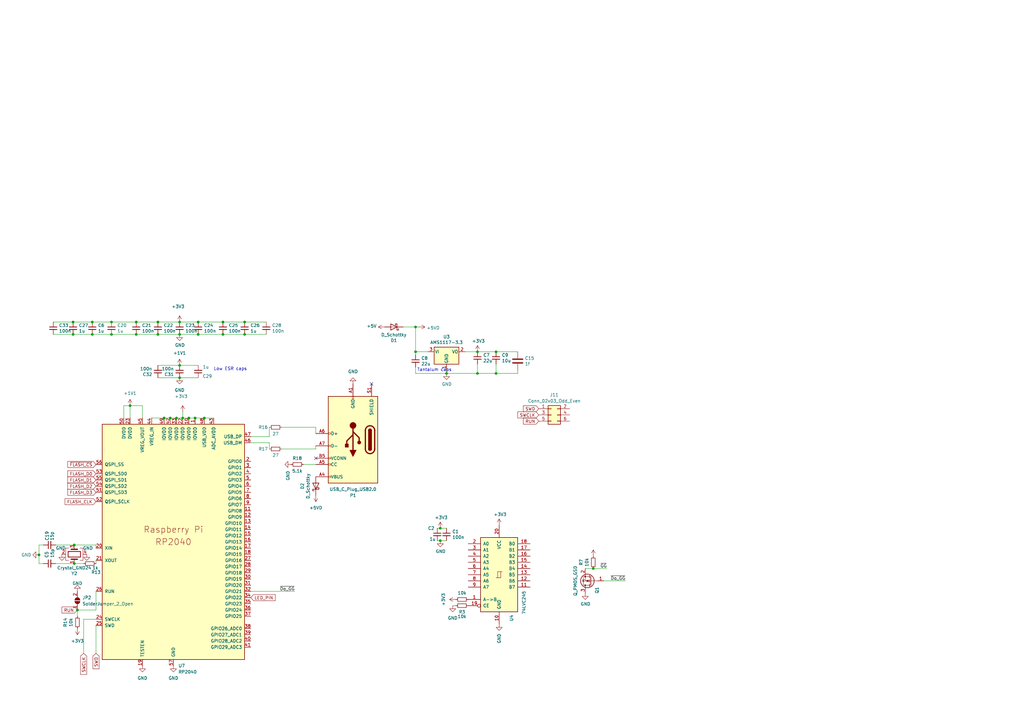
<source format=kicad_sch>
(kicad_sch (version 20230121) (generator eeschema)
  (paper "A3")
  (lib_symbols
    (symbol "+5VD_1" (power) (pin_names (offset 0))
      (property "Value" "+5VD_1" (at 0 3.556 0))
      (symbol "+5VD_1_0_1"
        (polyline (pts (xy -0.762 1.27) (xy 0 2.54)))
        (polyline (pts (xy 0 0) (xy 0 2.54)))
        (polyline (pts (xy 0 2.54) (xy 0.762 1.27)))
      )
      (symbol "+5VD_1_1_1"
        (pin power_in line (at 0 0 90) (length 0) hide (name "+5VD") (number "1"))
      )
    )
    (symbol "74xx:74HC245" (pin_names (offset 1.016))
      (property "Reference" "U" (at -7.62 16.51 0))
      (property "Value" "74HC245" (at -7.62 -16.51 0))
      (symbol "74HC245_1_0"
        (polyline (pts (xy -0.635 -1.27) (xy -0.635 1.27) (xy 0.635 1.27)))
        (polyline (pts (xy -1.27 -1.27) (xy 0.635 -1.27) (xy 0.635 1.27) (xy 1.27 1.27)))
        (pin input line (at -12.7 -10.16 0) (length 5.08) (name "A->B") (number "1"))
        (pin power_in line (at 0 -20.32 90) (length 5.08) (name "GND") (number "10"))
        (pin tri_state line (at 12.7 -5.08 180) (length 5.08) (name "B7") (number "11"))
        (pin tri_state line (at 12.7 -2.54 180) (length 5.08) (name "B6") (number "12"))
        (pin tri_state line (at 12.7 0 180) (length 5.08) (name "B5") (number "13"))
        (pin tri_state line (at 12.7 2.54 180) (length 5.08) (name "B4") (number "14"))
        (pin tri_state line (at 12.7 5.08 180) (length 5.08) (name "B3") (number "15"))
        (pin tri_state line (at 12.7 7.62 180) (length 5.08) (name "B2") (number "16"))
        (pin tri_state line (at 12.7 10.16 180) (length 5.08) (name "B1") (number "17"))
        (pin tri_state line (at 12.7 12.7 180) (length 5.08) (name "B0") (number "18"))
        (pin input inverted (at -12.7 -12.7 0) (length 5.08) (name "CE") (number "19"))
        (pin tri_state line (at -12.7 12.7 0) (length 5.08) (name "A0") (number "2"))
        (pin power_in line (at 0 20.32 270) (length 5.08) (name "VCC") (number "20"))
        (pin tri_state line (at -12.7 10.16 0) (length 5.08) (name "A1") (number "3"))
        (pin tri_state line (at -12.7 7.62 0) (length 5.08) (name "A2") (number "4"))
        (pin tri_state line (at -12.7 5.08 0) (length 5.08) (name "A3") (number "5"))
        (pin tri_state line (at -12.7 2.54 0) (length 5.08) (name "A4") (number "6"))
        (pin tri_state line (at -12.7 0 0) (length 5.08) (name "A5") (number "7"))
        (pin tri_state line (at -12.7 -2.54 0) (length 5.08) (name "A6") (number "8"))
        (pin tri_state line (at -12.7 -5.08 0) (length 5.08) (name "A7") (number "9"))
      )
      (symbol "74HC245_1_1"
        (rectangle (start -7.62 15.24) (end 7.62 -15.24) (stroke (width 0.254)) (fill (type background)))
      )
    )
    (symbol "Connector:USB_C_Plug_USB2.0" (pin_names (offset 1.016))
      (property "Reference" "P" (at -10.16 19.05 0))
      (property "Value" "USB_C_Plug_USB2.0" (at 12.7 19.05 0))
      (symbol "USB_C_Plug_USB2.0_0_0"
        (rectangle (start -0.254 -17.78) (end 0.254 -16.764))
        (rectangle (start 10.16 -2.286) (end 9.144 -2.794))
        (rectangle (start 10.16 2.794) (end 9.144 2.286))
        (rectangle (start 10.16 7.874) (end 9.144 7.366))
        (rectangle (start 10.16 10.414) (end 9.144 9.906))
        (rectangle (start 10.16 15.494) (end 9.144 14.986))
      )
      (symbol "USB_C_Plug_USB2.0_0_1"
        (rectangle (start -10.16 17.78) (end 10.16 -17.78) (stroke (width 0.254)) (fill (type background)))
        (arc (start -8.89 -3.81) (mid -6.985 -5.7067) (end -5.08 -3.81) (stroke (width 0.508)))
        (arc (start -7.62 -3.81) (mid -6.985 -4.4423) (end -6.35 -3.81) (stroke (width 0.254)))
        (arc (start -7.62 -3.81) (mid -6.985 -4.4423) (end -6.35 -3.81) (stroke (width 0.254)) (fill (type outline)))
        (rectangle (start -7.62 -3.81) (end -6.35 3.81) (stroke (width 0.254)) (fill (type outline)))
        (arc (start -6.35 3.81) (mid -6.985 4.4423) (end -7.62 3.81) (stroke (width 0.254)))
        (arc (start -6.35 3.81) (mid -6.985 4.4423) (end -7.62 3.81) (stroke (width 0.254)) (fill (type outline)))
        (arc (start -5.08 3.81) (mid -6.985 5.7067) (end -8.89 3.81) (stroke (width 0.508)))
        (circle (center -2.54 1.143) (radius 0.635) (stroke (width 0.254)) (fill (type outline)))
        (circle (center 0 -5.842) (radius 1.27) (fill (type outline)))
        (polyline (pts (xy -8.89 -3.81) (xy -8.89 3.81)) (stroke (width 0.508)))
        (polyline (pts (xy -5.08 3.81) (xy -5.08 -3.81)) (stroke (width 0.508)))
        (polyline (pts (xy 0 -5.842) (xy 0 4.318)) (stroke (width 0.508)))
        (polyline (pts (xy 0 -3.302) (xy -2.54 -0.762) (xy -2.54 0.508)) (stroke (width 0.508)))
        (polyline (pts (xy 0 -2.032) (xy 2.54 0.508) (xy 2.54 1.778)) (stroke (width 0.508)))
        (polyline (pts (xy -1.27 4.318) (xy 0 6.858) (xy 1.27 4.318) (xy -1.27 4.318)) (stroke (width 0.254)) (fill (type outline)))
        (rectangle (start 1.905 1.778) (end 3.175 3.048) (stroke (width 0.254)) (fill (type outline)))
      )
      (symbol "USB_C_Plug_USB2.0_1_1"
        (pin passive line (at 0 -22.86 90) (length 5.08) (name "GND") (number "A1"))
        (pin passive line (at 0 -22.86 90) (length 5.08) hide (name "GND") (number "A12"))
        (pin passive line (at 15.24 15.24 180) (length 5.08) (name "VBUS") (number "A4"))
        (pin bidirectional line (at 15.24 10.16 180) (length 5.08) (name "CC") (number "A5"))
        (pin bidirectional line (at 15.24 -2.54 180) (length 5.08) (name "D+") (number "A6"))
        (pin bidirectional line (at 15.24 2.54 180) (length 5.08) (name "D-") (number "A7"))
        (pin passive line (at 15.24 15.24 180) (length 5.08) hide (name "VBUS") (number "A9"))
        (pin passive line (at 0 -22.86 90) (length 5.08) hide (name "GND") (number "B1"))
        (pin passive line (at 0 -22.86 90) (length 5.08) hide (name "GND") (number "B12"))
        (pin passive line (at 15.24 15.24 180) (length 5.08) hide (name "VBUS") (number "B4"))
        (pin bidirectional line (at 15.24 7.62 180) (length 5.08) (name "VCONN") (number "B5"))
        (pin passive line (at 15.24 15.24 180) (length 5.08) hide (name "VBUS") (number "B9"))
        (pin passive line (at -7.62 -22.86 90) (length 5.08) (name "SHIELD") (number "S1"))
      )
    )
    (symbol "Connector_Generic:Conn_02x03_Odd_Even" (pin_names (offset 1.016) hide)
      (property "Reference" "J" (at 1.27 5.08 0))
      (property "Value" "Conn_02x03_Odd_Even" (at 1.27 -5.08 0))
      (symbol "Conn_02x03_Odd_Even_1_1"
        (rectangle (start -1.27 -2.413) (end 0 -2.667) (stroke (width 0.1524)))
        (rectangle (start -1.27 0.127) (end 0 -0.127) (stroke (width 0.1524)))
        (rectangle (start -1.27 2.667) (end 0 2.413) (stroke (width 0.1524)))
        (rectangle (start -1.27 3.81) (end 3.81 -3.81) (stroke (width 0.254)) (fill (type background)))
        (rectangle (start 3.81 -2.413) (end 2.54 -2.667) (stroke (width 0.1524)))
        (rectangle (start 3.81 0.127) (end 2.54 -0.127) (stroke (width 0.1524)))
        (rectangle (start 3.81 2.667) (end 2.54 2.413) (stroke (width 0.1524)))
        (pin passive line (at -5.08 2.54 0) (length 3.81) (name "Pin_1") (number "1"))
        (pin passive line (at 7.62 2.54 180) (length 3.81) (name "Pin_2") (number "2"))
        (pin passive line (at -5.08 0 0) (length 3.81) (name "Pin_3") (number "3"))
        (pin passive line (at 7.62 0 180) (length 3.81) (name "Pin_4") (number "4"))
        (pin passive line (at -5.08 -2.54 0) (length 3.81) (name "Pin_5") (number "5"))
        (pin passive line (at 7.62 -2.54 180) (length 3.81) (name "Pin_6") (number "6"))
      )
    )
    (symbol "Device:C" (pin_numbers hide) (pin_names (offset 0.254))
      (property "Reference" "C" (at 0.635 2.54 0))
      (property "Value" "C" (at 0.635 -2.54 0))
      (symbol "C_0_1"
        (polyline (pts (xy -2.032 -0.762) (xy 2.032 -0.762)) (stroke (width 0.508)))
        (polyline (pts (xy -2.032 0.762) (xy 2.032 0.762)) (stroke (width 0.508)))
      )
      (symbol "C_1_1"
        (pin passive line (at 0 3.81 270) (length 2.794) (name "~") (number "1"))
        (pin passive line (at 0 -3.81 90) (length 2.794) (name "~") (number "2"))
      )
    )
    (symbol "Device:C_Small" (pin_numbers hide) (pin_names (offset 0.254) hide)
      (property "Reference" "C" (at 0.254 1.778 0))
      (property "Value" "C_Small" (at 0.254 -2.032 0))
      (symbol "C_Small_0_1"
        (polyline (pts (xy -1.524 -0.508) (xy 1.524 -0.508)) (stroke (width 0.3302)))
        (polyline (pts (xy -1.524 0.508) (xy 1.524 0.508)) (stroke (width 0.3048)))
      )
      (symbol "C_Small_1_1"
        (pin passive line (at 0 2.54 270) (length 2.032) (name "~") (number "1"))
        (pin passive line (at 0 -2.54 90) (length 2.032) (name "~") (number "2"))
      )
    )
    (symbol "Device:Crystal_GND24" (pin_names (offset 1.016) hide)
      (property "Reference" "Y" (at 3.175 5.08 0))
      (property "Value" "Crystal_GND24" (at 3.175 3.175 0))
      (symbol "Crystal_GND24_0_1"
        (rectangle (start -1.143 2.54) (end 1.143 -2.54) (stroke (width 0.3048)))
        (polyline (pts (xy -2.54 0) (xy -2.032 0)))
        (polyline (pts (xy -2.032 -1.27) (xy -2.032 1.27)) (stroke (width 0.508)))
        (polyline (pts (xy 0 -3.81) (xy 0 -3.556)))
        (polyline (pts (xy 0 3.556) (xy 0 3.81)))
        (polyline (pts (xy 2.032 -1.27) (xy 2.032 1.27)) (stroke (width 0.508)))
        (polyline (pts (xy 2.032 0) (xy 2.54 0)))
        (polyline (pts (xy -2.54 -2.286) (xy -2.54 -3.556) (xy 2.54 -3.556) (xy 2.54 -2.286)))
        (polyline (pts (xy -2.54 2.286) (xy -2.54 3.556) (xy 2.54 3.556) (xy 2.54 2.286)))
      )
      (symbol "Crystal_GND24_1_1"
        (pin passive line (at -3.81 0 0) (length 1.27) (name "1") (number "1"))
        (pin passive line (at 0 5.08 270) (length 1.27) (name "2") (number "2"))
        (pin passive line (at 3.81 0 180) (length 1.27) (name "3") (number "3"))
        (pin passive line (at 0 -5.08 90) (length 1.27) (name "4") (number "4"))
      )
    )
    (symbol "Device:D_Schottky" (pin_numbers hide) (pin_names (offset 1.016) hide)
      (property "Reference" "D" (at 0 2.54 0))
      (property "Value" "D_Schottky" (at 0 -2.54 0))
      (symbol "D_Schottky_0_1"
        (polyline (pts (xy 1.27 0) (xy -1.27 0)))
        (polyline (pts (xy 1.27 1.27) (xy 1.27 -1.27) (xy -1.27 0) (xy 1.27 1.27)) (stroke (width 0.254)))
        (polyline (pts (xy -1.905 0.635) (xy -1.905 1.27) (xy -1.27 1.27) (xy -1.27 -1.27) (xy -0.635 -1.27) (xy -0.635 -0.635)) (stroke (width 0.254)))
      )
      (symbol "D_Schottky_1_1"
        (pin passive line (at -3.81 0 0) (length 2.54) (name "K") (number "1"))
        (pin passive line (at 3.81 0 180) (length 2.54) (name "A") (number "2"))
      )
    )
    (symbol "Device:Q_PMOS_GSD" (pin_names (offset 0) hide)
      (property "Reference" "Q" (at 5.08 1.27 0))
      (property "Value" "Q_PMOS_GSD" (at 5.08 -1.27 0))
      (symbol "Q_PMOS_GSD_0_1"
        (polyline (pts (xy 0.254 0) (xy -2.54 0)))
        (polyline (pts (xy 0.254 1.905) (xy 0.254 -1.905)) (stroke (width 0.254)))
        (polyline (pts (xy 0.762 -1.27) (xy 0.762 -2.286)) (stroke (width 0.254)))
        (polyline (pts (xy 0.762 0.508) (xy 0.762 -0.508)) (stroke (width 0.254)))
        (polyline (pts (xy 0.762 2.286) (xy 0.762 1.27)) (stroke (width 0.254)))
        (polyline (pts (xy 2.54 2.54) (xy 2.54 1.778)))
        (polyline (pts (xy 2.54 -2.54) (xy 2.54 0) (xy 0.762 0)))
        (polyline (pts (xy 0.762 1.778) (xy 3.302 1.778) (xy 3.302 -1.778) (xy 0.762 -1.778)))
        (polyline (pts (xy 2.286 0) (xy 1.27 0.381) (xy 1.27 -0.381) (xy 2.286 0)) (fill (type outline)))
        (polyline (pts (xy 2.794 -0.508) (xy 2.921 -0.381) (xy 3.683 -0.381) (xy 3.81 -0.254)))
        (polyline (pts (xy 3.302 -0.381) (xy 2.921 0.254) (xy 3.683 0.254) (xy 3.302 -0.381)))
        (circle (center 1.651 0) (radius 2.794) (stroke (width 0.254)))
        (circle (center 2.54 -1.778) (radius 0.254) (fill (type outline)))
        (circle (center 2.54 1.778) (radius 0.254) (fill (type outline)))
      )
      (symbol "Q_PMOS_GSD_1_1"
        (pin input line (at -5.08 0 0) (length 2.54) (name "G") (number "1"))
        (pin passive line (at 2.54 -5.08 90) (length 2.54) (name "S") (number "2"))
        (pin passive line (at 2.54 5.08 270) (length 2.54) (name "D") (number "3"))
      )
    )
    (symbol "Device:R_Small" (pin_numbers hide) (pin_names (offset 0.254) hide)
      (property "Reference" "R" (at 0.762 0.508 0))
      (property "Value" "R_Small" (at 0.762 -1.016 0))
      (symbol "R_Small_0_1"
        (rectangle (start -0.762 1.778) (end 0.762 -1.778) (stroke (width 0.2032)))
      )
      (symbol "R_Small_1_1"
        (pin passive line (at 0 2.54 270) (length 0.762) (name "~") (number "1"))
        (pin passive line (at 0 -2.54 90) (length 0.762) (name "~") (number "2"))
      )
    )
    (symbol "GND_1" (power) (pin_names (offset 0))
      (property "Value" "GND_1" (at 0 -3.81 0))
      (symbol "GND_1_0_1"
        (polyline (pts (xy 0 0) (xy 0 -1.27) (xy 1.27 -1.27) (xy 0 -2.54) (xy -1.27 -1.27) (xy 0 -1.27)))
      )
      (symbol "GND_1_1_1"
        (pin power_in line (at 0 0 270) (length 0) hide (name "GND") (number "1"))
      )
    )
    (symbol "GND_3" (power) (pin_names (offset 0))
      (property "Value" "GND_3" (at 0 -3.81 0))
      (symbol "GND_3_0_1"
        (polyline (pts (xy 0 0) (xy 0 -1.27) (xy 1.27 -1.27) (xy 0 -2.54) (xy -1.27 -1.27) (xy 0 -1.27)))
      )
      (symbol "GND_3_1_1"
        (pin power_in line (at 0 0 270) (length 0) hide (name "GND") (number "1"))
      )
    )
    (symbol "GND_6" (power) (pin_names (offset 0))
      (property "Value" "GND_6" (at 0 -3.81 0))
      (symbol "GND_6_0_1"
        (polyline (pts (xy 0 0) (xy 0 -1.27) (xy 1.27 -1.27) (xy 0 -2.54) (xy -1.27 -1.27) (xy 0 -1.27)))
      )
      (symbol "GND_6_1_1"
        (pin power_in line (at 0 0 270) (length 0) hide (name "GND") (number "1"))
      )
    )
    (symbol "Jumper:SolderJumper_2_Open" (pin_names (offset 0) hide)
      (property "Reference" "JP" (at 0 2.032 0))
      (property "Value" "SolderJumper_2_Open" (at 0 -2.54 0))
      (symbol "SolderJumper_2_Open_0_1"
        (arc (start -0.254 1.016) (mid -1.2656 0) (end -0.254 -1.016))
        (arc (start -0.254 1.016) (mid -1.2656 0) (end -0.254 -1.016) (fill (type outline)))
        (polyline (pts (xy -0.254 1.016) (xy -0.254 -1.016)))
        (polyline (pts (xy 0.254 1.016) (xy 0.254 -1.016)))
        (arc (start 0.254 -1.016) (mid 1.2656 0) (end 0.254 1.016))
        (arc (start 0.254 -1.016) (mid 1.2656 0) (end 0.254 1.016) (fill (type outline)))
      )
      (symbol "SolderJumper_2_Open_1_1"
        (pin passive line (at -3.81 0 0) (length 2.54) (name "A") (number "1"))
        (pin passive line (at 3.81 0 180) (length 2.54) (name "B") (number "2"))
      )
    )
    (symbol "MCU_RaspberryPi_and_Boards:RP2040" (pin_names (offset 1.016))
      (property "Reference" "U" (at -29.21 49.53 0))
      (property "Value" "RP2040" (at 24.13 -49.53 0))
      (symbol "RP2040_0_0"
        (text "Raspberry Pi" (at 0 5.08 0) (effects (font (size 2.54 2.54))))
        (text "RP2040" (at 0 0 0) (effects (font (size 2.54 2.54))))
      )
      (symbol "RP2040_0_1"
        (rectangle (start 29.21 48.26) (end -29.21 -48.26) (stroke (width 0.254)) (fill (type background)))
      )
      (symbol "RP2040_1_1"
        (pin power_in line (at 8.89 50.8 270) (length 2.54) (name "IOVDD") (number "1"))
        (pin power_in line (at 6.35 50.8 270) (length 2.54) (name "IOVDD") (number "10"))
        (pin bidirectional line (at 31.75 12.7 180) (length 2.54) (name "GPIO8") (number "11"))
        (pin bidirectional line (at 31.75 10.16 180) (length 2.54) (name "GPIO9") (number "12"))
        (pin bidirectional line (at 31.75 7.62 180) (length 2.54) (name "GPIO10") (number "13"))
        (pin bidirectional line (at 31.75 5.08 180) (length 2.54) (name "GPIO11") (number "14"))
        (pin bidirectional line (at 31.75 2.54 180) (length 2.54) (name "GPIO12") (number "15"))
        (pin bidirectional line (at 31.75 0 180) (length 2.54) (name "GPIO13") (number "16"))
        (pin bidirectional line (at 31.75 -2.54 180) (length 2.54) (name "GPIO14") (number "17"))
        (pin bidirectional line (at 31.75 -5.08 180) (length 2.54) (name "GPIO15") (number "18"))
        (pin passive line (at -12.7 -50.8 90) (length 2.54) (name "TESTEN") (number "19"))
        (pin bidirectional line (at 31.75 33.02 180) (length 2.54) (name "GPIO0") (number "2"))
        (pin input line (at -31.75 -2.54 0) (length 2.54) (name "XIN") (number "20"))
        (pin passive line (at -31.75 -7.62 0) (length 2.54) (name "XOUT") (number "21"))
        (pin power_in line (at 3.81 50.8 270) (length 2.54) (name "IOVDD") (number "22"))
        (pin power_in line (at -17.78 50.8 270) (length 2.54) (name "DVDD") (number "23"))
        (pin output line (at -31.75 -31.75 0) (length 2.54) (name "SWCLK") (number "24"))
        (pin bidirectional line (at -31.75 -34.29 0) (length 2.54) (name "SWD") (number "25"))
        (pin input line (at -31.75 -20.32 0) (length 2.54) (name "RUN") (number "26"))
        (pin bidirectional line (at 31.75 -7.62 180) (length 2.54) (name "GPIO16") (number "27"))
        (pin bidirectional line (at 31.75 -10.16 180) (length 2.54) (name "GPIO17") (number "28"))
        (pin bidirectional line (at 31.75 -12.7 180) (length 2.54) (name "GPIO18") (number "29"))
        (pin bidirectional line (at 31.75 30.48 180) (length 2.54) (name "GPIO1") (number "3"))
        (pin bidirectional line (at 31.75 -15.24 180) (length 2.54) (name "GPIO19") (number "30"))
        (pin bidirectional line (at 31.75 -17.78 180) (length 2.54) (name "GPIO20") (number "31"))
        (pin bidirectional line (at 31.75 -20.32 180) (length 2.54) (name "GPIO21") (number "32"))
        (pin power_in line (at 1.27 50.8 270) (length 2.54) (name "IOVDD") (number "33"))
        (pin bidirectional line (at 31.75 -22.86 180) (length 2.54) (name "GPIO22") (number "34"))
        (pin bidirectional line (at 31.75 -25.4 180) (length 2.54) (name "GPIO23") (number "35"))
        (pin bidirectional line (at 31.75 -27.94 180) (length 2.54) (name "GPIO24") (number "36"))
        (pin bidirectional line (at 31.75 -30.48 180) (length 2.54) (name "GPIO25") (number "37"))
        (pin bidirectional line (at 31.75 -35.56 180) (length 2.54) (name "GPIO26_ADC0") (number "38"))
        (pin bidirectional line (at 31.75 -38.1 180) (length 2.54) (name "GPIO27_ADC1") (number "39"))
        (pin bidirectional line (at 31.75 27.94 180) (length 2.54) (name "GPIO2") (number "4"))
        (pin bidirectional line (at 31.75 -40.64 180) (length 2.54) (name "GPIO28_ADC2") (number "40"))
        (pin bidirectional line (at 31.75 -43.18 180) (length 2.54) (name "GPIO29_ADC3") (number "41"))
        (pin power_in line (at -1.27 50.8 270) (length 2.54) (name "IOVDD") (number "42"))
        (pin power_in line (at 16.51 50.8 270) (length 2.54) (name "ADC_AVDD") (number "43"))
        (pin power_in line (at -8.89 50.8 270) (length 2.54) (name "VREG_IN") (number "44"))
        (pin power_out line (at -12.7 50.8 270) (length 2.54) (name "VREG_VOUT") (number "45"))
        (pin bidirectional line (at 31.75 40.64 180) (length 2.54) (name "USB_DM") (number "46"))
        (pin bidirectional line (at 31.75 43.18 180) (length 2.54) (name "USB_DP") (number "47"))
        (pin power_in line (at 12.7 50.8 270) (length 2.54) (name "USB_VDD") (number "48"))
        (pin power_in line (at -3.81 50.8 270) (length 2.54) (name "IOVDD") (number "49"))
        (pin bidirectional line (at 31.75 25.4 180) (length 2.54) (name "GPIO3") (number "5"))
        (pin power_in line (at -20.32 50.8 270) (length 2.54) (name "DVDD") (number "50"))
        (pin bidirectional line (at -31.75 20.32 0) (length 2.54) (name "QSPI_SD3") (number "51"))
        (pin output line (at -31.75 16.51 0) (length 2.54) (name "QSPI_SCLK") (number "52"))
        (pin bidirectional line (at -31.75 27.94 0) (length 2.54) (name "QSPI_SD0") (number "53"))
        (pin bidirectional line (at -31.75 22.86 0) (length 2.54) (name "QSPI_SD2") (number "54"))
        (pin bidirectional line (at -31.75 25.4 0) (length 2.54) (name "QSPI_SD1") (number "55"))
        (pin bidirectional line (at -31.75 31.75 0) (length 2.54) (name "QSPI_SS") (number "56"))
        (pin power_in line (at 0 -50.8 90) (length 2.54) (name "GND") (number "57"))
        (pin bidirectional line (at 31.75 22.86 180) (length 2.54) (name "GPIO4") (number "6"))
        (pin bidirectional line (at 31.75 20.32 180) (length 2.54) (name "GPIO5") (number "7"))
        (pin bidirectional line (at 31.75 17.78 180) (length 2.54) (name "GPIO6") (number "8"))
        (pin bidirectional line (at 31.75 15.24 180) (length 2.54) (name "GPIO7") (number "9"))
      )
    )
    (symbol "Regulator_Linear:AMS1117-3.3" (pin_names (offset 0.254))
      (property "Reference" "U" (at -3.81 3.175 0))
      (property "Value" "AMS1117-3.3" (at 0 3.175 0))
      (symbol "AMS1117-3.3_0_1"
        (rectangle (start -5.08 -5.08) (end 5.08 1.905) (stroke (width 0.254)) (fill (type background)))
      )
      (symbol "AMS1117-3.3_1_1"
        (pin power_in line (at 0 -7.62 90) (length 2.54) (name "GND") (number "1"))
        (pin power_out line (at 7.62 0 180) (length 2.54) (name "VO") (number "2"))
        (pin power_in line (at -7.62 0 0) (length 2.54) (name "VI") (number "3"))
      )
    )
    (symbol "power:+1V1" (power) (pin_names (offset 0))
      (property "Value" "+1V1" (at 0 3.556 0))
      (symbol "+1V1_0_1"
        (polyline (pts (xy -0.762 1.27) (xy 0 2.54)))
        (polyline (pts (xy 0 0) (xy 0 2.54)))
        (polyline (pts (xy 0 2.54) (xy 0.762 1.27)))
      )
      (symbol "+1V1_1_1"
        (pin power_in line (at 0 0 90) (length 0) hide (name "+1V1") (number "1"))
      )
    )
    (symbol "power:+3.3V" (power) (pin_names (offset 0))
      (property "Value" "+3.3V" (at 0 3.556 0))
      (symbol "+3.3V_0_1"
        (polyline (pts (xy -0.762 1.27) (xy 0 2.54)))
        (polyline (pts (xy 0 0) (xy 0 2.54)))
        (polyline (pts (xy 0 2.54) (xy 0.762 1.27)))
      )
      (symbol "+3.3V_1_1"
        (pin power_in line (at 0 0 90) (length 0) hide (name "+3V3") (number "1"))
      )
    )
    (symbol "power:+5V" (power) (pin_names (offset 0))
      (property "Value" "+5V" (at 0 3.556 0))
      (symbol "+5V_0_1"
        (polyline (pts (xy -0.762 1.27) (xy 0 2.54)))
        (polyline (pts (xy 0 0) (xy 0 2.54)))
        (polyline (pts (xy 0 2.54) (xy 0.762 1.27)))
      )
      (symbol "+5V_1_1"
        (pin power_in line (at 0 0 90) (length 0) hide (name "+5V") (number "1"))
      )
    )
    (symbol "power:+5VD" (power) (pin_names (offset 0))
      (property "Value" "+5VD" (at 0 3.556 0))
      (symbol "+5VD_0_1"
        (polyline (pts (xy -0.762 1.27) (xy 0 2.54)))
        (polyline (pts (xy 0 0) (xy 0 2.54)))
        (polyline (pts (xy 0 2.54) (xy 0.762 1.27)))
      )
      (symbol "+5VD_1_1"
        (pin power_in line (at 0 0 90) (length 0) hide (name "+5VD") (number "1"))
      )
    )
    (symbol "power:GND" (power) (pin_names (offset 0))
      (property "Value" "GND" (at 0 -3.81 0))
      (symbol "GND_0_1"
        (polyline (pts (xy 0 0) (xy 0 -1.27) (xy 1.27 -1.27) (xy 0 -2.54) (xy -1.27 -1.27) (xy 0 -1.27)))
      )
      (symbol "GND_1_1"
        (pin power_in line (at 0 0 270) (length 0) hide (name "GND") (number "1"))
      )
    )
  )
  (junction (at 80.01 171.45))
  (junction (at 73.66 132.08))
  (junction (at 73.66 137.16))
  (junction (at 67.31 171.45))
  (junction (at 203.454 153.162))
  (junction (at 55.88 137.16))
  (junction (at 81.28 132.08))
  (junction (at 29.972 132.08))
  (junction (at 29.972 137.16))
  (junction (at 45.72 132.08))
  (junction (at 55.88 132.08))
  (junction (at 45.72 137.16))
  (junction (at 170.434 144.272))
  (junction (at 203.454 144.272))
  (junction (at 170.434 134.112))
  (junction (at 16.002 227.584))
  (junction (at 243.332 233.172))
  (junction (at 183.134 153.162))
  (junction (at 72.39 171.45))
  (junction (at 73.66 149.86))
  (junction (at 64.77 132.08))
  (junction (at 53.34 166.37))
  (junction (at 37.846 137.16))
  (junction (at 73.66 154.94))
  (junction (at 30.48 223.52))
  (junction (at 91.44 137.16))
  (junction (at 195.834 153.162))
  (junction (at 69.85 171.45))
  (junction (at 91.44 132.08))
  (junction (at 37.846 132.08))
  (junction (at 74.93 171.45))
  (junction (at 100.33 137.16))
  (junction (at 31.75 250.19))
  (junction (at 64.77 137.16))
  (junction (at 195.834 144.272))
  (junction (at 77.47 171.45))
  (junction (at 83.82 171.45))
  (junction (at 81.28 137.16))
  (junction (at 180.594 216.662))
  (junction (at 30.48 231.14))
  (junction (at 100.33 132.08))
  (junction (at 180.594 221.742))
  (no_connect (at 152.4 157.48))
  (no_connect (at 129.54 187.96))
  (wire (pts (xy 180.594 216.662) (xy 179.324 216.662)))
  (wire (pts (xy 102.87 181.61) (xy 110.49 181.61)))
  (wire (pts (xy 91.44 132.08) (xy 100.33 132.08)))
  (wire (pts (xy 170.434 134.112) (xy 171.704 134.112)))
  (wire (pts (xy 183.134 221.742) (xy 180.594 221.742)))
  (wire (pts (xy 30.48 231.14) (xy 34.29 231.14)))
  (wire (pts (xy 129.54 184.15) (xy 129.54 182.88)))
  (wire (pts (xy 80.01 171.45) (xy 83.82 171.45)))
  (wire (pts (xy 170.434 144.272) (xy 175.514 144.272)))
  (wire (pts (xy 77.47 171.45) (xy 80.01 171.45)))
  (wire (pts (xy 34.29 267.97) (xy 34.29 254)))
  (wire (pts (xy 30.48 223.52) (xy 39.37 223.52)))
  (wire (pts (xy 195.834 144.272) (xy 203.454 144.272)))
  (wire (pts (xy 39.37 223.52) (xy 39.37 224.79)))
  (wire (pts (xy 73.66 149.86) (xy 81.28 149.86)))
  (wire (pts (xy 37.846 137.16) (xy 45.72 137.16)))
  (wire (pts (xy 190.754 144.272) (xy 195.834 144.272)))
  (wire (pts (xy 53.34 166.37) (xy 53.34 171.45)))
  (wire (pts (xy 195.834 153.162) (xy 183.134 153.162)))
  (wire (pts (xy 16.002 227.584) (xy 16.002 223.52)))
  (wire (pts (xy 73.66 154.94) (xy 81.28 154.94)))
  (wire (pts (xy 50.8 166.37) (xy 53.34 166.37)))
  (wire (pts (xy 91.44 137.16) (xy 100.33 137.16)))
  (wire (pts (xy 203.454 144.272) (xy 212.344 144.272)))
  (wire (pts (xy 170.434 153.162) (xy 183.134 153.162)))
  (wire (pts (xy 39.37 231.14) (xy 39.37 229.87)))
  (wire (pts (xy 55.88 137.16) (xy 64.77 137.16)))
  (wire (pts (xy 73.66 137.16) (xy 81.28 137.16)))
  (wire (pts (xy 195.834 149.352) (xy 195.834 153.162)))
  (wire (pts (xy 170.434 144.272) (xy 170.434 145.542)))
  (wire (pts (xy 50.8 171.45) (xy 50.8 166.37)))
  (wire (pts (xy 64.77 137.16) (xy 73.66 137.16)))
  (wire (pts (xy 73.66 132.08) (xy 81.28 132.08)))
  (wire (pts (xy 129.54 175.26) (xy 129.54 177.8)))
  (wire (pts (xy 203.454 149.352) (xy 203.454 153.162)))
  (wire (pts (xy 124.46 190.5) (xy 129.54 190.5)))
  (wire (pts (xy 29.972 137.16) (xy 37.846 137.16)))
  (wire (pts (xy 69.85 171.45) (xy 72.39 171.45)))
  (wire (pts (xy 39.37 250.19) (xy 31.75 250.19)))
  (wire (pts (xy 74.93 168.91) (xy 74.93 171.45)))
  (wire (pts (xy 110.49 179.07) (xy 110.49 175.26)))
  (wire (pts (xy 240.03 233.172) (xy 243.332 233.172)))
  (wire (pts (xy 31.75 250.19) (xy 31.75 252.73)))
  (wire (pts (xy 21.844 137.16) (xy 29.972 137.16)))
  (wire (pts (xy 203.454 153.162) (xy 195.834 153.162)))
  (wire (pts (xy 22.86 223.52) (xy 30.48 223.52)))
  (wire (pts (xy 115.57 175.26) (xy 129.54 175.26)))
  (wire (pts (xy 102.87 179.07) (xy 110.49 179.07)))
  (wire (pts (xy 16.002 223.52) (xy 17.78 223.52)))
  (wire (pts (xy 72.39 171.45) (xy 74.93 171.45)))
  (wire (pts (xy 110.49 181.61) (xy 110.49 184.15)))
  (wire (pts (xy 102.87 242.57) (xy 120.904 242.57)))
  (wire (pts (xy 100.33 137.16) (xy 109.22 137.16)))
  (wire (pts (xy 185.674 248.412) (xy 186.944 248.412)))
  (wire (pts (xy 62.23 171.45) (xy 67.31 171.45)))
  (wire (pts (xy 39.37 256.54) (xy 39.37 267.97)))
  (wire (pts (xy 81.28 137.16) (xy 91.44 137.16)))
  (wire (pts (xy 55.88 132.08) (xy 64.77 132.08)))
  (wire (pts (xy 100.33 132.08) (xy 109.22 132.08)))
  (wire (pts (xy 183.134 153.162) (xy 183.134 151.892)))
  (wire (pts (xy 81.28 132.08) (xy 91.44 132.08)))
  (wire (pts (xy 203.454 153.162) (xy 212.344 153.162)))
  (wire (pts (xy 29.972 132.08) (xy 37.846 132.08)))
  (wire (pts (xy 34.29 254) (xy 39.37 254)))
  (wire (pts (xy 64.77 154.94) (xy 73.66 154.94)))
  (wire (pts (xy 243.332 233.172) (xy 248.92 233.172)))
  (wire (pts (xy 183.134 216.662) (xy 180.594 216.662)))
  (wire (pts (xy 64.77 149.86) (xy 73.66 149.86)))
  (wire (pts (xy 16.002 227.584) (xy 16.002 231.14)))
  (wire (pts (xy 74.93 171.45) (xy 77.47 171.45)))
  (wire (pts (xy 165.354 134.112) (xy 170.434 134.112)))
  (wire (pts (xy 58.42 166.37) (xy 58.42 171.45)))
  (wire (pts (xy 170.434 134.112) (xy 170.434 144.272)))
  (wire (pts (xy 45.72 137.16) (xy 55.88 137.16)))
  (wire (pts (xy 180.594 221.742) (xy 179.324 221.742)))
  (wire (pts (xy 45.72 132.08) (xy 55.88 132.08)))
  (wire (pts (xy 115.57 184.15) (xy 129.54 184.15)))
  (wire (pts (xy 83.82 171.45) (xy 87.63 171.45)))
  (wire (pts (xy 212.344 153.162) (xy 212.344 151.892)))
  (wire (pts (xy 22.86 231.14) (xy 30.48 231.14)))
  (wire (pts (xy 256.54 238.252) (xy 247.65 238.252)))
  (wire (pts (xy 21.844 132.08) (xy 29.972 132.08)))
  (wire (pts (xy 37.846 132.08) (xy 45.72 132.08)))
  (wire (pts (xy 53.34 166.37) (xy 58.42 166.37)))
  (wire (pts (xy 67.31 171.45) (xy 69.85 171.45)))
  (wire (pts (xy 16.002 231.14) (xy 17.78 231.14)))
  (wire (pts (xy 64.77 132.08) (xy 73.66 132.08)))
  (wire (pts (xy 39.37 242.57) (xy 39.37 250.19)))
  (wire (pts (xy 170.434 150.622) (xy 170.434 153.162)))
  (text "Tantalum caps\n" (at 171.069 152.527 0) (effects (font (size 1.27 1.27)) (justify left bottom)))
  (text "Low ESR caps\n" (at 87.63 152.146 0) (effects (font (size 1.27 1.27)) (justify left bottom)))
  (label "~{GG}" (at 248.92 233.172 180))
  (label "~{Do_GG}" (at 256.54 238.252 180))
  (label "~{Do_GG}" (at 120.904 242.57 180))
  (global_label "RUN" (shape input) (at 31.75 250.19 180) (property "Intersheetrefs" "${INTERSHEET_REFS}" (effects hide)))
  (global_label "SWCLK" (shape input) (at 220.98 170.18 180) (property "Intersheetrefs" "${INTERSHEET_REFS}" (effects hide)))
  (global_label "SWCLK" (shape input) (at 34.29 267.97 270) (property "Intersheetrefs" "${INTERSHEET_REFS}" (effects hide)))
  (global_label "RUN" (shape input) (at 220.98 172.72 180) (property "Intersheetrefs" "${INTERSHEET_REFS}" (effects hide)))
  (global_label "FLASH_D1" (shape input) (at 39.37 196.85 180) (property "Intersheetrefs" "${INTERSHEET_REFS}" (effects hide)))
  (global_label "SWD" (shape input) (at 39.37 267.97 270) (property "Intersheetrefs" "${INTERSHEET_REFS}" (effects hide)))
  (global_label "FLASH_CLK" (shape input) (at 39.37 205.74 180) (property "Intersheetrefs" "${INTERSHEET_REFS}" (effects hide)))
  (global_label "FLASH_D3" (shape input) (at 39.37 201.93 180) (property "Intersheetrefs" "${INTERSHEET_REFS}" (effects hide)))
  (global_label "SWD" (shape input) (at 220.98 167.64 180) (property "Intersheetrefs" "${INTERSHEET_REFS}" (effects hide)))
  (global_label "~{FLASH_CS}" (shape input) (at 39.37 190.5 180) (property "Intersheetrefs" "${INTERSHEET_REFS}" (effects hide)))
  (global_label "FLASH_D2" (shape input) (at 39.37 199.39 180) (property "Intersheetrefs" "${INTERSHEET_REFS}" (effects hide)))
  (global_label "LED_PIN" (shape input) (at 102.87 245.11 0) (property "Intersheetrefs" "${INTERSHEET_REFS}" (effects hide)))
  (global_label "FLASH_D0" (shape input) (at 39.37 194.31 180) (property "Intersheetrefs" "${INTERSHEET_REFS}" (effects hide)))
  (symbol (lib_id "Device:C") (at 212.344 148.082 0) (unit 1)
    (property "Reference" "C15" (at 215.265 146.9136 0) (effects (justify left)))
    (property "Value" "1f" (at 215.265 149.225 0) (effects (justify left)))
    (property "Footprint" "Capacitor_THT:C_Radial_D10.0mm_H12.5mm_P5.00mm" (effects hide))
  )
  (symbol (lib_id "Device:D_Schottky") (at 161.544 134.112 180) (unit 1)
    (property "Reference" "D1" (at 161.544 139.6238 0))
    (property "Value" "D_Schottky" (at 161.544 137.3124 0))
    (property "Footprint" "Diode_SMD:D_SOD-123" (effects hide))
    (property "LCSC" " C37049 " (effects hide))
  )
  (symbol (lib_id "power:+5V") (at 157.734 134.112 90) (unit 1)
    (property "Reference" "#PWR0103" (effects hide))
    (property "Value" "+5V" (at 154.4828 133.731 90) (effects (justify left)))
  )
  (symbol (lib_id "Device:C_Small") (at 203.454 146.812 0) (unit 1)
    (property "Reference" "C9" (at 205.7908 145.6436 0) (effects (justify left)))
    (property "Value" "10u" (at 205.7908 147.955 0) (effects (justify left)))
    (property "Footprint" "Capacitor_SMD:C_0603_1608Metric" (effects hide))
  )
  (symbol (lib_id "power:+5VD") (at 171.704 134.112 270) (unit 1)
    (property "Reference" "#PWR0108" (effects hide))
    (property "Value" "+5VD" (at 174.9552 134.493 90) (effects (justify left)))
  )
  (symbol (lib_id "Regulator_Linear:AMS1117-3.3") (at 183.134 144.272 0) (unit 1)
    (property "Reference" "U3" (at 183.134 138.1252 0))
    (property "Value" "AMS1117-3.3" (at 183.134 140.4366 0))
    (property "Footprint" "Package_TO_SOT_SMD:SOT-223-3_TabPin2" (effects hide))
    (property "Datasheet" "http://www.advanced-monolithic.com/pdf/ds1117.pdf" (effects hide))
    (property "LCSC" "C6186" (effects hide))
  )
  (symbol (lib_id "Device:C_Small") (at 195.834 146.812 0) (unit 1)
    (property "Reference" "C7" (at 198.1708 145.6436 0) (effects (justify left)))
    (property "Value" "22u" (at 198.1708 147.955 0) (effects (justify left)))
    (property "Footprint" "Capacitor_SMD:C_0603_1608Metric" (effects hide))
  )
  (symbol (lib_id "Device:C_Small") (at 170.434 148.082 0) (unit 1)
    (property "Reference" "C8" (at 172.7708 146.9136 0) (effects (justify left)))
    (property "Value" "22u" (at 172.7708 149.225 0) (effects (justify left)))
    (property "Footprint" "Capacitor_SMD:C_0603_1608Metric" (effects hide))
  )
  (symbol (lib_id "power:GND") (at 183.134 153.162 0) (unit 1)
    (property "Reference" "#PWR0136" (effects hide))
    (property "Value" "GND" (at 183.261 157.5562 0))
  )
  (symbol (lib_id "power:+3.3V") (at 195.834 144.272 0) (unit 1)
    (property "Reference" "#PWR0137" (effects hide))
    (property "Value" "+3.3V" (at 196.215 139.8778 0))
  )
  (symbol (lib_id "power:GND") (at 25.4 227.33 0) (unit 1)
    (property "Reference" "#PWR08" (effects hide))
    (property "Value" "GND" (at 24.892 224.79 0))
  )
  (symbol (lib_id "Jumper:SolderJumper_2_Open") (at 31.75 246.38 90) (unit 1)
    (property "Reference" "JP2" (at 33.782 245.11 90) (effects (justify right)))
    (property "Value" "SolderJumper_2_Open" (at 33.782 247.65 90) (effects (justify right)))
    (property "Footprint" "Jumper:SolderJumper-2_P1.3mm_Open_RoundedPad1.0x1.5mm" (effects hide))
  )
  (symbol (lib_id "power:GND") (at 240.03 243.332 0) (unit 1)
    (property "Reference" "#PWR010" (effects hide))
    (property "Value" "GND" (at 240.157 247.7262 0))
  )
  (symbol (lib_id "power:GND") (at 16.002 227.584 270) (unit 1)
    (property "Reference" "#PWR0110" (effects hide))
    (property "Value" "GND" (at 12.827 227.5839 90) (effects (justify right)))
  )
  (symbol (lib_id "power:+5VD") (at 243.332 228.092 0) (unit 1)
    (property "Reference" "#PWR013" (effects hide))
    (property "Value" "+5VD" (effects hide))
  )
  (symbol (lib_id "power:GND") (at 58.42 273.05 0) (unit 1)
    (property "Reference" "#PWR0154" (effects hide))
    (property "Value" "GND" (at 58.42 278.13 0))
  )
  (symbol (lib_id "Device:C_Small") (at 37.846 134.62 0) (unit 1)
    (property "Reference" "C6" (at 40.1828 133.4516 0) (effects (justify left)))
    (property "Value" "1u" (at 40.1828 135.763 0) (effects (justify left)))
    (property "Footprint" "Capacitor_SMD:C_0402_1005Metric" (effects hide))
  )
  (symbol (lib_id "Device:C_Small") (at 64.77 152.4 180) (unit 1)
    (property "Reference" "C32" (at 62.4332 153.5684 0) (effects (justify left)))
    (property "Value" "100n" (at 62.4332 151.257 0) (effects (justify left)))
    (property "Footprint" "Capacitor_SMD:C_0402_1005Metric" (effects hide))
  )
  (symbol (lib_id "MCU_RaspberryPi_and_Boards:RP2040") (at 71.12 222.25 0) (unit 1)
    (property "Reference" "U7" (at 73.1394 273.05 0) (effects (justify left)))
    (property "Value" "RP2040" (at 73.1394 275.59 0) (effects (justify left)))
    (property "Footprint" "MCU_RaspberryPi_and_Boards:RP2040-QFN-56" (effects hide))
    (property "LCSC" "C2040" (effects hide))
  )
  (symbol (lib_id "Device:D_Schottky") (at 129.54 199.39 90) (unit 1)
    (property "Reference" "D2" (at 124.0282 199.39 0))
    (property "Value" "D_Schottky" (at 126.3396 199.39 0))
    (property "Footprint" "Diode_SMD:D_SOD-123" (effects hide))
    (property "LCSC" " C37049 " (effects hide))
  )
  (symbol (lib_id "Device:C_Small") (at 100.33 134.62 0) (unit 1)
    (property "Reference" "C26" (at 102.6668 133.4516 0) (effects (justify left)))
    (property "Value" "1u" (at 102.6668 135.763 0) (effects (justify left)))
    (property "Footprint" "Capacitor_SMD:C_0402_1005Metric" (effects hide))
  )
  (symbol (lib_id "power:GND") (at 180.594 221.742 0) (unit 1)
    (property "Reference" "#PWR0131" (effects hide))
    (property "Value" "GND" (at 180.721 226.1362 0))
  )
  (symbol (lib_id "Device:C_Small") (at 29.972 134.62 0) (unit 1)
    (property "Reference" "C27" (at 32.3088 133.4516 0) (effects (justify left)))
    (property "Value" "1u" (at 32.3088 135.763 0) (effects (justify left)))
    (property "Footprint" "Capacitor_SMD:C_0402_1005Metric" (effects hide))
  )
  (symbol (lib_id "power:+3.3V") (at 204.724 215.392 0) (unit 1)
    (property "Reference" "#PWR0106" (effects hide))
    (property "Value" "+3.3V" (at 205.105 210.9978 0))
  )
  (symbol (lib_id "Device:R_Small") (at 243.332 230.632 0) (unit 1)
    (property "Reference" "R7" (at 238.3536 230.632 90))
    (property "Value" "10k" (at 240.665 230.632 90))
    (property "Footprint" "Resistor_SMD:R_0603_1608Metric" (effects hide))
  )
  (symbol (lib_id "Device:R_Small") (at 121.92 190.5 90) (unit 1)
    (property "Reference" "R18" (at 121.92 187.96 90))
    (property "Value" "5.1k" (at 121.92 193.167 90))
    (property "Footprint" "Resistor_SMD:R_0603_1608Metric" (effects hide))
  )
  (symbol (lib_id "Device:R_Small") (at 36.83 231.14 90) (unit 1)
    (property "Reference" "R13" (at 39.37 234.696 90))
    (property "Value" "1k" (at 39.116 232.918 90))
    (property "Footprint" "Resistor_SMD:R_0603_1608Metric" (effects hide))
  )
  (symbol (lib_id "Device:C_Small") (at 55.88 134.62 0) (unit 1)
    (property "Reference" "C21" (at 58.2168 133.4516 0) (effects (justify left)))
    (property "Value" "100n" (at 58.2168 135.763 0) (effects (justify left)))
    (property "Footprint" "Capacitor_SMD:C_0402_1005Metric" (effects hide))
  )
  (symbol (lib_id "power:GND") (at 185.674 248.412 0) (unit 1)
    (property "Reference" "#PWR0130" (effects hide))
    (property "Value" "GND" (at 185.674 253.492 0))
  )
  (symbol (lib_id "74xx:74HC245") (at 204.724 235.712 0) (unit 1)
    (property "Reference" "U4" (at 209.804 253.492 90))
    (property "Value" "74LVC245" (at 214.884 247.142 90))
    (property "Footprint" "Package_SO:TSSOP-20_4.4x6.5mm_P0.65mm" (effects hide))
    (property "Datasheet" "http://www.ti.com/lit/gpn/sn74HC245" (effects hide))
    (property "LCSC" "C7848" (effects hide))
  )
  (symbol (lib_id "power:+3.3V") (at 31.75 257.81 180) (unit 1)
    (property "Reference" "#PWR0156" (effects hide))
    (property "Value" "+3.3V" (at 31.75 262.89 0))
  )
  (symbol (lib_id "power:GND") (at 35.56 227.33 0) (unit 1)
    (property "Reference" "#PWR09" (effects hide))
    (property "Value" "GND" (at 36.068 224.79 0))
  )
  (symbol (lib_id "power:+3.3V") (at 74.93 168.91 0) (unit 1)
    (property "Reference" "#PWR0145" (effects hide))
    (property "Value" "+3.3V" (at 74.295 162.56 0))
  )
  (symbol (lib_id "Device:C_Small") (at 81.28 134.62 0) (unit 1)
    (property "Reference" "C24" (at 83.6168 133.4516 0) (effects (justify left)))
    (property "Value" "100n" (at 83.6168 135.763 0) (effects (justify left)))
    (property "Footprint" "Capacitor_SMD:C_0402_1005Metric" (effects hide))
  )
  (symbol (lib_id "Device:C_Small") (at 45.72 134.62 0) (unit 1)
    (property "Reference" "C20" (at 48.0568 133.4516 0) (effects (justify left)))
    (property "Value" "1u" (at 48.0568 135.763 0) (effects (justify left)))
    (property "Footprint" "Capacitor_SMD:C_0402_1005Metric" (effects hide))
  )
  (symbol (lib_name "GND_3") (lib_id "power:GND") (at 144.78 157.48 180) (unit 1)
    (property "Reference" "#PWR0159" (effects hide))
    (property "Value" "GND" (at 144.78 152.4 0))
  )
  (symbol (lib_id "power:+3.3V") (at 186.944 245.872 90) (unit 1)
    (property "Reference" "#PWR0128" (effects hide))
    (property "Value" "+3.3V" (at 181.864 245.872 0))
  )
  (symbol (lib_id "Device:C_Small") (at 20.32 223.52 90) (unit 1)
    (property "Reference" "C19" (at 19.304 221.742 0) (effects (justify left)))
    (property "Value" "15p" (at 21.336 221.742 0) (effects (justify left)))
    (property "Footprint" "Capacitor_SMD:C_0603_1608Metric" (effects hide))
  )
  (symbol (lib_id "Device:C_Small") (at 73.66 134.62 0) (unit 1)
    (property "Reference" "C23" (at 75.9968 133.4516 0) (effects (justify left)))
    (property "Value" "100n" (at 75.9968 135.763 0) (effects (justify left)))
    (property "Footprint" "Capacitor_SMD:C_0402_1005Metric" (effects hide))
  )
  (symbol (lib_name "GND_1") (lib_id "power:GND") (at 204.724 256.032 0) (unit 1)
    (property "Reference" "#PWR0115" (effects hide))
    (property "Value" "GND" (at 204.7241 259.842 90) (effects (justify right)))
  )
  (symbol (lib_id "Device:R_Small") (at 189.484 245.872 270) (unit 1)
    (property "Reference" "R2" (effects hide))
    (property "Value" "10k" (at 189.484 243.205 90))
    (property "Footprint" "Resistor_SMD:R_0603_1608Metric" (effects hide))
  )
  (symbol (lib_name "+5VD_1") (lib_id "power:+5VD") (at 129.54 203.2 180) (unit 1)
    (property "Reference" "#PWR0158" (effects hide))
    (property "Value" "+5VD" (at 129.54 208.28 0))
  )
  (symbol (lib_id "Device:R_Small") (at 189.484 248.412 270) (unit 1)
    (property "Reference" "R3" (at 189.484 250.952 90))
    (property "Value" "10k" (at 189.484 252.857 90))
    (property "Footprint" "Resistor_SMD:R_0603_1608Metric" (effects hide))
  )
  (symbol (lib_id "Device:R_Small") (at 113.03 175.26 90) (unit 1)
    (property "Reference" "R16" (at 107.95 175.26 90))
    (property "Value" "27" (at 113.03 177.927 90))
    (property "Footprint" "Resistor_SMD:R_0603_1608Metric" (effects hide))
  )
  (symbol (lib_id "Device:C_Small") (at 20.32 231.14 90) (unit 1)
    (property "Reference" "C5" (at 19.1516 228.8032 0) (effects (justify left)))
    (property "Value" "15p" (at 21.463 228.8032 0) (effects (justify left)))
    (property "Footprint" "Capacitor_SMD:C_0603_1608Metric" (effects hide))
  )
  (symbol (lib_id "Device:C_Small") (at 64.77 134.62 0) (unit 1)
    (property "Reference" "C22" (at 67.1068 133.4516 0) (effects (justify left)))
    (property "Value" "100n" (at 67.1068 135.763 0) (effects (justify left)))
    (property "Footprint" "Capacitor_SMD:C_0402_1005Metric" (effects hide))
  )
  (symbol (lib_id "power:GND") (at 73.66 137.16 0) (unit 1)
    (property "Reference" "#PWR0141" (effects hide))
    (property "Value" "GND" (at 73.787 141.5542 0))
  )
  (symbol (lib_id "Device:R_Small") (at 31.75 255.27 0) (unit 1)
    (property "Reference" "R14" (at 26.7716 255.27 90))
    (property "Value" "10k" (at 29.083 255.27 90))
    (property "Footprint" "Resistor_SMD:R_0603_1608Metric" (effects hide))
  )
  (symbol (lib_id "Device:C_Small") (at 73.66 152.4 180) (unit 1)
    (property "Reference" "C31" (at 71.3232 153.5684 0) (effects (justify left)))
    (property "Value" "100n" (at 71.3232 151.257 0) (effects (justify left)))
    (property "Footprint" "Capacitor_SMD:C_0402_1005Metric" (effects hide))
  )
  (symbol (lib_name "GND_6") (lib_id "power:GND") (at 31.75 242.57 180) (unit 1)
    (property "Reference" "#PWR07" (effects hide))
    (property "Value" "GND" (at 31.75 239.268 0))
  )
  (symbol (lib_id "power:+3.3V") (at 73.66 132.08 0) (unit 1)
    (property "Reference" "#PWR025" (effects hide))
    (property "Value" "+3.3V" (at 73.025 125.73 0))
  )
  (symbol (lib_id "Device:C_Small") (at 21.844 134.62 0) (unit 1)
    (property "Reference" "C33" (at 24.1808 133.4516 0) (effects (justify left)))
    (property "Value" "100n" (at 24.1808 135.763 0) (effects (justify left)))
    (property "Footprint" "Capacitor_SMD:C_0402_1005Metric" (effects hide))
  )
  (symbol (lib_id "Connector:USB_C_Plug_USB2.0") (at 144.78 180.34 180) (unit 1)
    (property "Reference" "P1" (at 144.78 203.2 0))
    (property "Value" "USB_C_Plug_USB2.0" (at 144.78 200.66 0))
    (property "Footprint" "Connector_USB:USB_C_Receptacle_Jing_918-418K2023S40001" (effects hide))
    (property "Datasheet" "https://www.usb.org/sites/default/files/documents/usb_type-c.zip" (effects hide))
    (property "LCSC" "C167321" (effects hide))
  )
  (symbol (lib_id "Device:C_Small") (at 179.324 219.202 0) (unit 1)
    (property "Reference" "C2" (at 175.514 216.662 0) (effects (justify left)))
    (property "Value" "1u" (at 176.149 221.107 0) (effects (justify left)))
    (property "Footprint" "Capacitor_SMD:C_0603_1608Metric" (effects hide))
  )
  (symbol (lib_id "power:GND") (at 71.12 273.05 0) (unit 1)
    (property "Reference" "#PWR0111" (effects hide))
    (property "Value" "GND" (at 71.12 278.13 0))
  )
  (symbol (lib_id "Device:C_Small") (at 81.28 152.4 180) (unit 1)
    (property "Reference" "C29" (at 86.995 154.305 0) (effects (justify left)))
    (property "Value" "1u" (at 85.725 150.495 0) (effects (justify left)))
    (property "Footprint" "Capacitor_SMD:C_0402_1005Metric" (effects hide))
  )
  (symbol (lib_id "Device:C_Small") (at 183.134 219.202 0) (unit 1)
    (property "Reference" "C1" (at 185.4708 218.0336 0) (effects (justify left)))
    (property "Value" "100n" (at 185.4708 220.345 0) (effects (justify left)))
    (property "Footprint" "Capacitor_SMD:C_0603_1608Metric" (effects hide))
  )
  (symbol (lib_id "Device:C_Small") (at 109.22 134.62 0) (unit 1)
    (property "Reference" "C28" (at 111.5568 133.4516 0) (effects (justify left)))
    (property "Value" "100n" (at 111.5568 135.763 0) (effects (justify left)))
    (property "Footprint" "Capacitor_SMD:C_0402_1005Metric" (effects hide))
  )
  (symbol (lib_id "Connector_Generic:Conn_02x03_Odd_Even") (at 226.06 170.18 0) (unit 1)
    (property "Reference" "J11" (at 227.33 161.925 0))
    (property "Value" "Conn_02x03_Odd_Even" (at 227.33 164.465 0))
    (property "Footprint" "Connector_PinHeader_2.54mm:PinHeader_2x03_P2.54mm_Vertical" (effects hide))
  )
  (symbol (lib_id "power:+1V1") (at 73.66 149.86 0) (unit 1)
    (property "Reference" "#PWR0149" (effects hide))
    (property "Value" "+1V1" (at 73.66 144.78 0))
  )
  (symbol (lib_id "Device:Q_PMOS_GSD") (at 242.57 238.252 180) (unit 1)
    (property "Reference" "Q1" (at 244.856 242.062 90))
    (property "Value" "Q_PMOS_GSD" (at 235.966 238.252 90))
    (property "Footprint" "Package_TO_SOT_SMD:SOT-23" (effects hide))
    (property "Datasheet" "https://datasheet.lcsc.com/lcsc/2401050928_JSMSEMI-JSM2301S_C916399.pdf" (effects hide))
    (property "LCSC" "C15127" (effects hide))
  )
  (symbol (lib_id "Device:R_Small") (at 113.03 184.15 90) (unit 1)
    (property "Reference" "R17" (at 107.95 184.15 90))
    (property "Value" "27" (at 113.03 186.69 90))
    (property "Footprint" "Resistor_SMD:R_0603_1608Metric" (effects hide))
  )
  (symbol (lib_id "power:+1V1") (at 53.34 166.37 0) (unit 1)
    (property "Reference" "#PWR0146" (effects hide))
    (property "Value" "+1V1" (at 53.34 161.29 0))
  )
  (symbol (lib_id "power:+3.3V") (at 180.594 216.662 0) (unit 1)
    (property "Reference" "#PWR0132" (effects hide))
    (property "Value" "+3.3V" (at 180.975 212.2678 0))
  )
  (symbol (lib_name "GND_3") (lib_id "power:GND") (at 119.38 190.5 270) (unit 1)
    (property "Reference" "#PWR0160" (effects hide))
    (property "Value" "GND" (at 118.1101 193.04 0) (effects (justify left)))
  )
  (symbol (lib_id "Device:Crystal_GND24") (at 30.48 227.33 90) (unit 1)
    (property "Reference" "Y2" (at 30.48 235.204 90))
    (property "Value" "Crystal_GND24" (at 30.48 232.918 90))
    (property "Footprint" "Crystal:Crystal_SMD_3225-4Pin_3.2x2.5mm" (effects hide))
  )
  (symbol (lib_id "Device:C_Small") (at 91.44 134.62 0) (unit 1)
    (property "Reference" "C25" (at 93.7768 133.4516 0) (effects (justify left)))
    (property "Value" "100n" (at 93.7768 135.763 0) (effects (justify left)))
    (property "Footprint" "Capacitor_SMD:C_0402_1005Metric" (effects hide))
  )
  (symbol (lib_id "power:GND") (at 73.66 154.94 0) (unit 1)
    (property "Reference" "#PWR0144" (effects hide))
    (property "Value" "GND" (at 73.66 160.02 0))
  )
)
</source>
